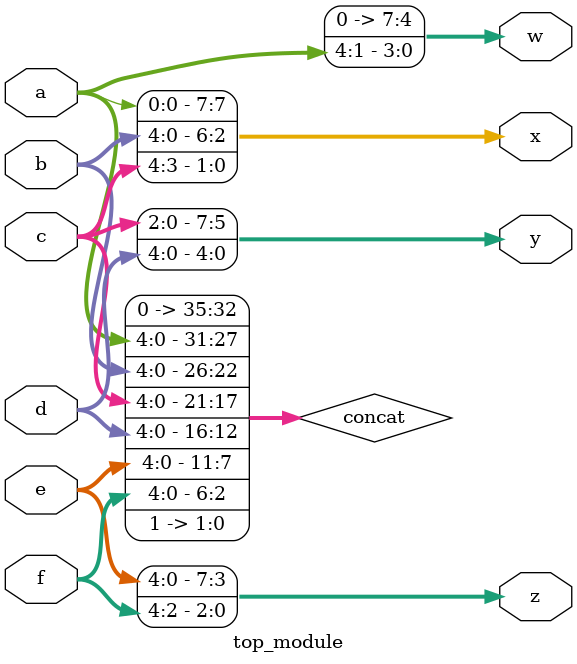
<source format=sv>
module top_module (
    input [4:0] a,
    input [4:0] b,
    input [4:0] c,
    input [4:0] d,
    input [4:0] e,
    input [4:0] f,
    output [7:0] w,
    output [7:0] x,
    output [7:0] y,
    output [7:0] z
);

    wire [35:0] concat;
    assign concat = {a, b, c, d, e, f, 2'b11};

    assign w = concat[35:28];
    assign x = concat[27:20];
    assign y = concat[19:12];
    assign z = concat[11:4];

endmodule

</source>
